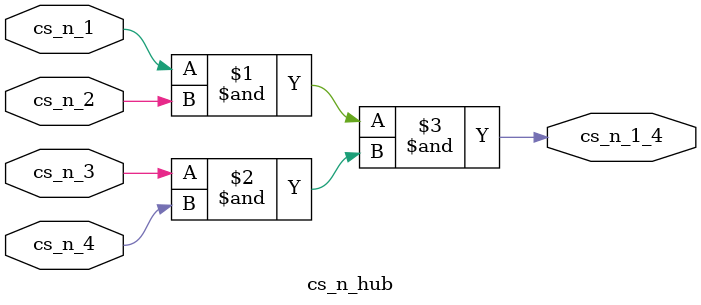
<source format=v>

`timescale 1ns/100ps

module cs_n_hub(cs_n_1,cs_n_2,cs_n_3,cs_n_4,cs_n_1_4);
	input cs_n_1;
	input cs_n_2;
	input cs_n_3;
	input cs_n_4;
	output cs_n_1_4;
	
assign cs_n_1_4 = ((cs_n_1&cs_n_2)&(cs_n_3&cs_n_4));

endmodule

</source>
